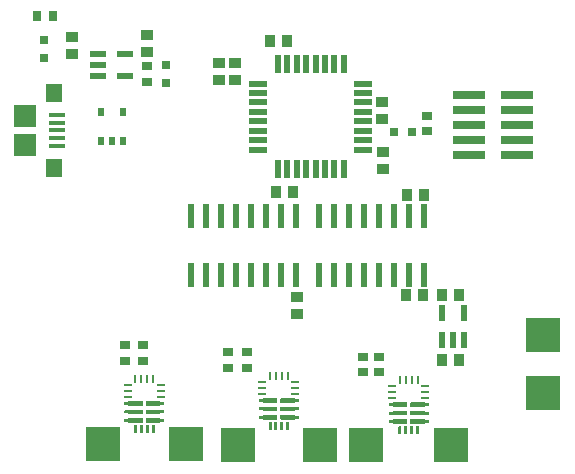
<source format=gbr>
%TF.GenerationSoftware,Altium Limited,Altium Designer,22.10.1 (41)*%
G04 Layer_Color=8421504*
%FSLAX45Y45*%
%MOMM*%
%TF.SameCoordinates,087233EE-98F5-4CDC-9370-A7D44EC71BE6*%
%TF.FilePolarity,Positive*%
%TF.FileFunction,Paste,Top*%
%TF.Part,Single*%
G01*
G75*
%TA.AperFunction,SMDPad,CuDef*%
%ADD10R,0.80000X0.80000*%
%ADD11R,0.80000X0.80000*%
%ADD12R,0.95000X0.80000*%
G04:AMPARAMS|DCode=13|XSize=1.97mm|YSize=0.59mm|CornerRadius=0.07375mm|HoleSize=0mm|Usage=FLASHONLY|Rotation=270.000|XOffset=0mm|YOffset=0mm|HoleType=Round|Shape=RoundedRectangle|*
%AMROUNDEDRECTD13*
21,1,1.97000,0.44250,0,0,270.0*
21,1,1.82250,0.59000,0,0,270.0*
1,1,0.14750,-0.22125,-0.91125*
1,1,0.14750,-0.22125,0.91125*
1,1,0.14750,0.22125,0.91125*
1,1,0.14750,0.22125,-0.91125*
%
%ADD13ROUNDEDRECTD13*%
%ADD14R,1.05000X0.95000*%
%ADD15R,0.95000X1.05000*%
%ADD16R,3.00000X3.00000*%
%TA.AperFunction,SMDPad,SMDef*%
G04:AMPARAMS|DCode=20|XSize=0.25mm|YSize=0.6mm|CornerRadius=0.05mm|HoleSize=0mm|Usage=FLASHONLY|Rotation=0.000|XOffset=0mm|YOffset=0mm|HoleType=Round|Shape=RoundedRectangle|*
%AMROUNDEDRECTD20*
21,1,0.25000,0.50000,0,0,0.0*
21,1,0.15000,0.60000,0,0,0.0*
1,1,0.10000,0.07500,-0.25000*
1,1,0.10000,-0.07500,-0.25000*
1,1,0.10000,-0.07500,0.25000*
1,1,0.10000,0.07500,0.25000*
%
%ADD20ROUNDEDRECTD20*%
G04:AMPARAMS|DCode=21|XSize=0.6mm|YSize=0.25mm|CornerRadius=0.05mm|HoleSize=0mm|Usage=FLASHONLY|Rotation=0.000|XOffset=0mm|YOffset=0mm|HoleType=Round|Shape=RoundedRectangle|*
%AMROUNDEDRECTD21*
21,1,0.60000,0.15000,0,0,0.0*
21,1,0.50000,0.25000,0,0,0.0*
1,1,0.10000,0.25000,-0.07500*
1,1,0.10000,-0.25000,-0.07500*
1,1,0.10000,-0.25000,0.07500*
1,1,0.10000,0.25000,0.07500*
%
%ADD21ROUNDEDRECTD21*%
%TA.AperFunction,SMDPad,CuDef*%
G04:AMPARAMS|DCode=22|XSize=1.42mm|YSize=0.58mm|CornerRadius=0.0725mm|HoleSize=0mm|Usage=FLASHONLY|Rotation=0.000|XOffset=0mm|YOffset=0mm|HoleType=Round|Shape=RoundedRectangle|*
%AMROUNDEDRECTD22*
21,1,1.42000,0.43500,0,0,0.0*
21,1,1.27500,0.58000,0,0,0.0*
1,1,0.14500,0.63750,-0.21750*
1,1,0.14500,-0.63750,-0.21750*
1,1,0.14500,-0.63750,0.21750*
1,1,0.14500,0.63750,0.21750*
%
%ADD22ROUNDEDRECTD22*%
G04:AMPARAMS|DCode=23|XSize=1.42mm|YSize=0.58mm|CornerRadius=0.0725mm|HoleSize=0mm|Usage=FLASHONLY|Rotation=90.000|XOffset=0mm|YOffset=0mm|HoleType=Round|Shape=RoundedRectangle|*
%AMROUNDEDRECTD23*
21,1,1.42000,0.43500,0,0,90.0*
21,1,1.27500,0.58000,0,0,90.0*
1,1,0.14500,0.21750,0.63750*
1,1,0.14500,0.21750,-0.63750*
1,1,0.14500,-0.21750,-0.63750*
1,1,0.14500,-0.21750,0.63750*
%
%ADD23ROUNDEDRECTD23*%
%ADD24R,1.90000X1.90000*%
%ADD25R,1.40000X1.60000*%
%ADD26R,1.35000X0.40000*%
%ADD27R,1.50000X0.50000*%
%ADD28R,0.50000X1.50000*%
%ADD29R,0.80000X0.95000*%
%ADD30R,2.79000X0.74000*%
%ADD31R,0.60000X0.75000*%
%ADD32R,3.00000X3.00000*%
G36*
X2285332Y1034239D02*
X2286739Y1032832D01*
X2287500Y1030994D01*
X2287500Y1030000D01*
X2287500Y1030000D01*
X2287500Y1000000D01*
X2287500Y999005D01*
X2286739Y997168D01*
X2285332Y995761D01*
X2283495Y995000D01*
X2165000D01*
Y1002500D01*
X2135000Y1002500D01*
X2134005D01*
X2132168Y1003261D01*
X2130761Y1004668D01*
X2130000Y1006506D01*
Y1007500D01*
Y1022500D01*
Y1023494D01*
X2130761Y1025332D01*
X2132168Y1026738D01*
X2134005Y1027500D01*
X2135000D01*
X2135000Y1027500D01*
X2165000Y1027500D01*
Y1035000D01*
X2282500Y1035000D01*
X2283495Y1035000D01*
X2285332Y1034239D01*
D02*
G37*
G36*
X1145332Y1009239D02*
X1146739Y1007832D01*
X1147500Y1005994D01*
X1147500Y1005000D01*
X1147500Y1005000D01*
X1147500Y975000D01*
X1147500Y974005D01*
X1146739Y972168D01*
X1145332Y970761D01*
X1143495Y970000D01*
X1025000D01*
Y977500D01*
X995000Y977500D01*
X994005D01*
X992168Y978261D01*
X990761Y979668D01*
X990000Y981506D01*
Y982500D01*
Y997500D01*
Y998494D01*
X990761Y1000332D01*
X992168Y1001738D01*
X994005Y1002500D01*
X995000D01*
X995000Y1002500D01*
X1025000Y1002500D01*
Y1010000D01*
X1142500Y1010000D01*
X1143495Y1010000D01*
X1145332Y1009239D01*
D02*
G37*
G36*
X1295000Y1002503D02*
X1325000Y1002503D01*
X1325994D01*
X1327832Y1001742D01*
X1329239Y1000335D01*
X1330000Y998497D01*
Y997503D01*
X1330000D01*
X1330000Y982503D01*
Y981509D01*
X1329238Y979671D01*
X1327832Y978265D01*
X1325994Y977504D01*
X1325000D01*
Y977503D01*
X1295000D01*
Y970003D01*
X1177500D01*
X1176505Y970003D01*
X1174667Y970764D01*
X1173261Y972171D01*
X1172500Y974008D01*
X1172500Y975003D01*
Y975003D01*
Y1005003D01*
X1172500Y1005998D01*
X1173261Y1007835D01*
X1174667Y1009242D01*
X1176505Y1010003D01*
X1177500D01*
X1177500Y1010003D01*
X1295000D01*
Y1002503D01*
D02*
G37*
G36*
X2285335Y964237D02*
X2286741Y962831D01*
X2287502Y960993D01*
X2287502Y959998D01*
X2287502D01*
X2287502Y929998D01*
X2287502Y929004D01*
X2286741Y927166D01*
X2285335Y925759D01*
X2283497Y924998D01*
X2165002D01*
Y932499D01*
X2134008D01*
X2132170Y933260D01*
X2130763Y934666D01*
X2130002Y936504D01*
Y937499D01*
Y952498D01*
Y953493D01*
X2130764Y955330D01*
X2132170Y956737D01*
X2134008Y957498D01*
X2135002D01*
X2135002Y957498D01*
X2165002Y957498D01*
Y964998D01*
X2282502D01*
X2283497Y964999D01*
X2285335Y964237D01*
D02*
G37*
G36*
X1295000Y932502D02*
X1325000Y932501D01*
X1325994D01*
X1327832Y931740D01*
X1329239Y930334D01*
X1330000Y928496D01*
Y927501D01*
X1330000Y927502D01*
X1330000Y912502D01*
Y911507D01*
X1329238Y909670D01*
X1327832Y908263D01*
X1325994Y907502D01*
X1325000D01*
X1295000Y907502D01*
Y900002D01*
X1177500Y900002D01*
X1176505Y900001D01*
X1174667Y900762D01*
X1173261Y902169D01*
X1172500Y904007D01*
X1172500Y905001D01*
Y905002D01*
Y935001D01*
X1172500Y935996D01*
X1173261Y937834D01*
X1174667Y939240D01*
X1176505Y940001D01*
X1177500D01*
X1177500Y940002D01*
X1295000D01*
Y932502D01*
D02*
G37*
G36*
X1145335Y939237D02*
X1146741Y937831D01*
X1147502Y935993D01*
X1147502Y934998D01*
X1147502D01*
X1147502Y904998D01*
X1147502Y904004D01*
X1146741Y902166D01*
X1145335Y900759D01*
X1143497Y899998D01*
X1025002D01*
Y907499D01*
X994008D01*
X992170Y908260D01*
X990763Y909666D01*
X990002Y911504D01*
Y912499D01*
Y927498D01*
Y928493D01*
X990764Y930330D01*
X992170Y931737D01*
X994008Y932498D01*
X995002D01*
X995002Y932498D01*
X1025002Y932499D01*
Y939998D01*
X1142502D01*
X1143497Y939999D01*
X1145335Y939237D01*
D02*
G37*
G36*
X2285332Y894239D02*
X2286739Y892832D01*
X2287500Y890994D01*
X2287500Y890000D01*
X2287500Y890000D01*
X2287500Y860000D01*
X2287500Y859005D01*
X2286739Y857168D01*
X2285332Y855761D01*
X2283495Y855000D01*
X2165000D01*
Y862500D01*
X2135000Y862500D01*
X2134005D01*
X2132168Y863261D01*
X2130761Y864668D01*
X2130000Y866506D01*
Y867500D01*
Y882500D01*
Y883494D01*
X2130761Y885332D01*
X2132168Y886738D01*
X2134005Y887500D01*
X2135000D01*
X2135000Y887500D01*
X2165000Y887500D01*
Y895000D01*
X2282500Y895000D01*
X2283495Y895000D01*
X2285332Y894239D01*
D02*
G37*
G36*
X1145332Y869239D02*
X1146739Y867832D01*
X1147500Y865994D01*
X1147500Y865000D01*
X1147500Y865000D01*
X1147500Y835000D01*
X1147500Y834005D01*
X1146739Y832168D01*
X1145332Y830761D01*
X1143495Y830000D01*
X1025000D01*
Y837500D01*
X995000Y837500D01*
X994005D01*
X992168Y838261D01*
X990761Y839668D01*
X990000Y841506D01*
Y842500D01*
Y857500D01*
Y858494D01*
X990761Y860332D01*
X992168Y861738D01*
X994005Y862500D01*
X995000D01*
X995000Y862500D01*
X1025000Y862500D01*
Y870000D01*
X1142500Y870000D01*
X1143495Y870000D01*
X1145332Y869239D01*
D02*
G37*
G36*
X1295000Y862500D02*
X1325000Y862500D01*
X1325994D01*
X1327832Y861738D01*
X1329239Y860332D01*
X1330000Y858494D01*
Y857500D01*
X1330000Y857500D01*
X1330000Y842500D01*
Y841506D01*
X1329238Y839668D01*
X1327832Y838261D01*
X1325994Y837500D01*
X1325000D01*
X1295000Y837500D01*
Y830000D01*
X1177500D01*
X1176505Y830000D01*
X1174667Y830761D01*
X1173261Y832168D01*
X1172500Y834005D01*
X1172500Y835000D01*
Y865000D01*
X1172500Y865994D01*
X1173261Y867832D01*
X1174667Y869239D01*
X1176505Y870000D01*
X1177500D01*
X1177500Y870000D01*
X1295000D01*
Y862500D01*
D02*
G37*
G36*
X2285332Y834239D02*
X2286739Y832832D01*
X2287500Y830995D01*
Y830000D01*
Y770000D01*
Y769005D01*
X2286739Y767168D01*
X2285332Y765761D01*
X2283494Y765000D01*
X2266505D01*
X2264668Y765761D01*
X2263261Y767168D01*
X2262500Y769005D01*
Y770000D01*
Y830000D01*
Y830995D01*
X2263261Y832832D01*
X2264668Y834239D01*
X2266505Y835000D01*
X2283494D01*
X2285332Y834239D01*
D02*
G37*
G36*
X2235332D02*
X2236739Y832832D01*
X2237500Y830995D01*
Y830000D01*
Y770000D01*
Y769005D01*
X2236739Y767168D01*
X2235332Y765761D01*
X2233494Y765000D01*
X2216505D01*
X2214668Y765761D01*
X2213261Y767168D01*
X2212500Y769005D01*
Y770000D01*
Y830000D01*
Y830995D01*
X2213261Y832832D01*
X2214668Y834239D01*
X2216505Y835000D01*
X2233494D01*
X2235332Y834239D01*
D02*
G37*
G36*
X1245332Y809239D02*
X1246739Y807832D01*
X1247500Y805995D01*
Y805000D01*
Y745000D01*
Y744005D01*
X1246739Y742168D01*
X1245332Y740761D01*
X1243494Y740000D01*
X1226505D01*
X1224668Y740761D01*
X1223261Y742168D01*
X1222500Y744005D01*
Y745000D01*
Y805000D01*
Y805995D01*
X1223261Y807832D01*
X1224668Y809239D01*
X1226505Y810000D01*
X1243494D01*
X1245332Y809239D01*
D02*
G37*
G36*
X1195332D02*
X1196739Y807832D01*
X1197500Y805995D01*
Y805000D01*
Y745000D01*
Y744005D01*
X1196739Y742168D01*
X1195332Y740761D01*
X1193494Y740000D01*
X1176505D01*
X1174668Y740761D01*
X1173261Y742168D01*
X1172500Y744005D01*
Y745000D01*
Y805000D01*
Y805995D01*
X1173261Y807832D01*
X1174668Y809239D01*
X1176505Y810000D01*
X1193494D01*
X1195332Y809239D01*
D02*
G37*
G36*
X1145332D02*
X1146739Y807832D01*
X1147500Y805995D01*
Y805000D01*
Y745000D01*
Y744005D01*
X1146739Y742168D01*
X1145332Y740761D01*
X1143494Y740000D01*
X1126505D01*
X1124668Y740761D01*
X1123261Y742168D01*
X1122500Y744005D01*
Y745000D01*
Y805000D01*
Y805995D01*
X1123261Y807832D01*
X1124668Y809239D01*
X1126505Y810000D01*
X1143494D01*
X1145332Y809239D01*
D02*
G37*
G36*
X1095332D02*
X1096739Y807832D01*
X1097500Y805995D01*
Y805000D01*
Y745000D01*
Y744005D01*
X1096739Y742168D01*
X1095332Y740761D01*
X1093494Y740000D01*
X1076505D01*
X1074668Y740761D01*
X1073261Y742168D01*
X1072500Y744005D01*
Y745000D01*
Y805000D01*
Y805995D01*
X1073261Y807832D01*
X1074668Y809239D01*
X1076505Y810000D01*
X1093494D01*
X1095332Y809239D01*
D02*
G37*
G36*
X3385332Y999239D02*
X3386739Y997832D01*
X3387500Y995994D01*
X3387500Y995000D01*
X3387500Y995000D01*
X3387500Y965000D01*
X3387500Y964005D01*
X3386739Y962168D01*
X3385332Y960761D01*
X3383495Y960000D01*
X3265000D01*
Y967500D01*
X3235000Y967500D01*
X3234005D01*
X3232168Y968261D01*
X3230761Y969668D01*
X3230000Y971506D01*
Y972500D01*
Y987500D01*
Y988494D01*
X3230761Y990332D01*
X3232168Y991738D01*
X3234005Y992500D01*
X3235000D01*
X3235000Y992500D01*
X3265000Y992500D01*
Y1000000D01*
X3382500Y1000000D01*
X3383495Y1000000D01*
X3385332Y999239D01*
D02*
G37*
G36*
X2435000Y1027503D02*
X2465000Y1027503D01*
X2465994D01*
X2467832Y1026742D01*
X2469239Y1025335D01*
X2470000Y1023497D01*
Y1022503D01*
X2470000D01*
X2470000Y1007503D01*
Y1006509D01*
X2469238Y1004671D01*
X2467832Y1003265D01*
X2465994Y1002503D01*
X2465000D01*
Y1002503D01*
X2435000D01*
Y995003D01*
X2317500D01*
X2316505Y995003D01*
X2314667Y995764D01*
X2313261Y997171D01*
X2312500Y999008D01*
X2312500Y1000003D01*
Y1000003D01*
Y1030003D01*
X2312500Y1030998D01*
X2313261Y1032835D01*
X2314667Y1034242D01*
X2316505Y1035003D01*
X2317500D01*
X2317500Y1035003D01*
X2435000D01*
Y1027503D01*
D02*
G37*
G36*
X3535000Y992503D02*
X3565000Y992503D01*
X3565994D01*
X3567832Y991742D01*
X3569239Y990335D01*
X3570000Y988497D01*
Y987503D01*
X3570000D01*
X3570000Y972503D01*
Y971509D01*
X3569238Y969671D01*
X3567832Y968265D01*
X3565994Y967504D01*
X3565000D01*
Y967503D01*
X3535000D01*
Y960003D01*
X3417500D01*
X3416505Y960003D01*
X3414668Y960764D01*
X3413261Y962171D01*
X3412500Y964008D01*
X3412500Y965003D01*
Y965003D01*
Y995003D01*
X3412500Y995998D01*
X3413261Y997835D01*
X3414668Y999242D01*
X3416505Y1000003D01*
X3417500D01*
X3417500Y1000003D01*
X3535000D01*
Y992503D01*
D02*
G37*
G36*
X2435000Y957502D02*
X2465000Y957501D01*
X2465994D01*
X2467832Y956740D01*
X2469239Y955334D01*
X2470000Y953496D01*
Y952501D01*
X2470000Y952502D01*
X2470000Y937502D01*
Y936507D01*
X2469238Y934669D01*
X2467832Y933263D01*
X2465994Y932502D01*
X2465000D01*
X2435000Y932502D01*
Y925002D01*
X2317500Y925001D01*
X2316505Y925001D01*
X2314667Y925762D01*
X2313261Y927169D01*
X2312500Y929007D01*
X2312500Y930001D01*
Y930002D01*
Y960001D01*
X2312500Y960996D01*
X2313261Y962834D01*
X2314667Y964240D01*
X2316505Y965001D01*
X2317500D01*
X2317500Y965002D01*
X2435000D01*
Y957502D01*
D02*
G37*
G36*
X3535000Y922502D02*
X3565000Y922501D01*
X3565994D01*
X3567832Y921740D01*
X3569239Y920334D01*
X3570000Y918496D01*
Y917501D01*
X3570000Y917502D01*
X3570000Y902502D01*
Y901507D01*
X3569238Y899670D01*
X3567832Y898263D01*
X3565994Y897502D01*
X3565000D01*
X3535000Y897502D01*
Y890002D01*
X3417500Y890002D01*
X3416505Y890001D01*
X3414668Y890763D01*
X3413261Y892169D01*
X3412500Y894007D01*
X3412500Y895002D01*
Y895002D01*
Y925001D01*
X3412500Y925996D01*
X3413261Y927834D01*
X3414668Y929240D01*
X3416505Y930001D01*
X3417500D01*
X3417500Y930002D01*
X3535000D01*
Y922502D01*
D02*
G37*
G36*
X3385335Y929237D02*
X3386741Y927831D01*
X3387502Y925993D01*
X3387502Y924998D01*
X3387502D01*
X3387502Y894998D01*
X3387502Y894004D01*
X3386741Y892166D01*
X3385335Y890759D01*
X3383497Y889998D01*
X3265002D01*
Y897499D01*
X3234008D01*
X3232170Y898260D01*
X3230763Y899666D01*
X3230002Y901504D01*
Y902499D01*
Y917498D01*
Y918493D01*
X3230764Y920330D01*
X3232170Y921737D01*
X3234008Y922498D01*
X3235002D01*
X3235002Y922498D01*
X3265002Y922499D01*
Y929998D01*
X3382502D01*
X3383497Y929999D01*
X3385335Y929237D01*
D02*
G37*
G36*
X3385332Y859239D02*
X3386739Y857832D01*
X3387500Y855994D01*
X3387500Y855000D01*
X3387500Y855000D01*
X3387500Y825000D01*
X3387500Y824005D01*
X3386739Y822168D01*
X3385332Y820761D01*
X3383495Y820000D01*
X3265000D01*
Y827500D01*
X3235000Y827500D01*
X3234005D01*
X3232168Y828261D01*
X3230761Y829668D01*
X3230000Y831506D01*
Y832500D01*
Y847500D01*
Y848494D01*
X3230761Y850332D01*
X3232168Y851738D01*
X3234005Y852500D01*
X3235000D01*
X3235000Y852500D01*
X3265000Y852500D01*
Y860000D01*
X3382500Y860000D01*
X3383495Y860000D01*
X3385332Y859239D01*
D02*
G37*
G36*
X2435000Y887500D02*
X2465000Y887500D01*
X2465994D01*
X2467832Y886738D01*
X2469239Y885332D01*
X2470000Y883494D01*
Y882500D01*
X2470000Y882500D01*
X2470000Y867500D01*
Y866506D01*
X2469238Y864668D01*
X2467832Y863261D01*
X2465994Y862500D01*
X2465000D01*
X2435000Y862500D01*
Y855000D01*
X2317500D01*
X2316505Y855000D01*
X2314667Y855761D01*
X2313261Y857168D01*
X2312500Y859005D01*
X2312500Y860000D01*
Y890000D01*
X2312500Y890994D01*
X2313261Y892832D01*
X2314667Y894239D01*
X2316505Y895000D01*
X2317500D01*
X2317500Y895000D01*
X2435000D01*
Y887500D01*
D02*
G37*
G36*
X3535000Y852500D02*
X3565000Y852500D01*
X3565994D01*
X3567832Y851738D01*
X3569239Y850332D01*
X3570000Y848494D01*
Y847500D01*
X3570000Y847500D01*
X3570000Y832500D01*
Y831506D01*
X3569238Y829668D01*
X3567832Y828261D01*
X3565994Y827500D01*
X3565000D01*
X3535000Y827500D01*
Y820000D01*
X3417500D01*
X3416505Y820000D01*
X3414668Y820761D01*
X3413261Y822168D01*
X3412500Y824005D01*
X3412500Y825000D01*
Y855000D01*
X3412500Y855994D01*
X3413261Y857832D01*
X3414668Y859239D01*
X3416505Y860000D01*
X3417500D01*
X3417500Y860000D01*
X3535000D01*
Y852500D01*
D02*
G37*
G36*
X2385332Y834239D02*
X2386739Y832832D01*
X2387500Y830995D01*
Y830000D01*
Y770000D01*
Y769005D01*
X2386739Y767168D01*
X2385332Y765761D01*
X2383494Y765000D01*
X2366505D01*
X2364668Y765761D01*
X2363261Y767168D01*
X2362500Y769005D01*
Y770000D01*
Y830000D01*
Y830995D01*
X2363261Y832832D01*
X2364668Y834239D01*
X2366505Y835000D01*
X2383494D01*
X2385332Y834239D01*
D02*
G37*
G36*
X2335332D02*
X2336739Y832832D01*
X2337500Y830995D01*
Y830000D01*
Y770000D01*
Y769005D01*
X2336739Y767168D01*
X2335332Y765761D01*
X2333494Y765000D01*
X2316505D01*
X2314668Y765761D01*
X2313261Y767168D01*
X2312500Y769005D01*
Y770000D01*
Y830000D01*
Y830995D01*
X2313261Y832832D01*
X2314668Y834239D01*
X2316505Y835000D01*
X2333494D01*
X2335332Y834239D01*
D02*
G37*
G36*
X3485332Y799239D02*
X3486739Y797832D01*
X3487500Y795995D01*
Y795000D01*
Y735000D01*
Y734005D01*
X3486739Y732168D01*
X3485332Y730761D01*
X3483494Y730000D01*
X3466505D01*
X3464668Y730761D01*
X3463261Y732168D01*
X3462500Y734005D01*
Y735000D01*
Y795000D01*
Y795995D01*
X3463261Y797832D01*
X3464668Y799239D01*
X3466505Y800000D01*
X3483494D01*
X3485332Y799239D01*
D02*
G37*
G36*
X3435332D02*
X3436739Y797832D01*
X3437500Y795995D01*
Y795000D01*
Y735000D01*
Y734005D01*
X3436739Y732168D01*
X3435332Y730761D01*
X3433495Y730000D01*
X3416505D01*
X3414668Y730761D01*
X3413261Y732168D01*
X3412500Y734005D01*
Y735000D01*
Y795000D01*
Y795995D01*
X3413261Y797832D01*
X3414668Y799239D01*
X3416505Y800000D01*
X3433495D01*
X3435332Y799239D01*
D02*
G37*
G36*
X3385332D02*
X3386739Y797832D01*
X3387500Y795995D01*
Y795000D01*
Y735000D01*
Y734005D01*
X3386739Y732168D01*
X3385332Y730761D01*
X3383494Y730000D01*
X3366505D01*
X3364668Y730761D01*
X3363261Y732168D01*
X3362500Y734005D01*
Y735000D01*
Y795000D01*
Y795995D01*
X3363261Y797832D01*
X3364668Y799239D01*
X3366505Y800000D01*
X3383494D01*
X3385332Y799239D01*
D02*
G37*
G36*
X3335332D02*
X3336739Y797832D01*
X3337500Y795995D01*
Y795000D01*
Y735000D01*
Y734005D01*
X3336739Y732168D01*
X3335332Y730761D01*
X3333494Y730000D01*
X3316505D01*
X3314668Y730761D01*
X3313261Y732168D01*
X3312500Y734005D01*
Y735000D01*
Y795000D01*
Y795995D01*
X3313261Y797832D01*
X3314668Y799239D01*
X3316505Y800000D01*
X3333494D01*
X3335332Y799239D01*
D02*
G37*
D10*
X1340000Y3855000D02*
D03*
Y3705000D02*
D03*
X310000Y4065000D02*
D03*
Y3915000D02*
D03*
D11*
X3275000Y3290000D02*
D03*
X3425000D02*
D03*
D12*
X3550000Y3295000D02*
D03*
Y3425000D02*
D03*
X1180000Y3845000D02*
D03*
Y3715000D02*
D03*
X3150000Y1385000D02*
D03*
Y1255000D02*
D03*
X3010000Y1385000D02*
D03*
Y1255000D02*
D03*
X2030000Y1425000D02*
D03*
Y1295000D02*
D03*
X1870000Y1295000D02*
D03*
Y1425000D02*
D03*
X1150000Y1485000D02*
D03*
Y1355000D02*
D03*
X1000000Y1485000D02*
D03*
Y1355000D02*
D03*
D13*
X2444500Y2082500D02*
D03*
X2317500D02*
D03*
X2190500D02*
D03*
X2063500D02*
D03*
X1936500D02*
D03*
X1809500D02*
D03*
X1682500D02*
D03*
X1555500D02*
D03*
Y2577500D02*
D03*
X1682500D02*
D03*
X1809500D02*
D03*
X1936500D02*
D03*
X2063500D02*
D03*
X2190500D02*
D03*
X2317500D02*
D03*
X2444500D02*
D03*
X3524500Y2082500D02*
D03*
X3397500D02*
D03*
X3270500D02*
D03*
X3143500D02*
D03*
X3016500D02*
D03*
X2889500D02*
D03*
X2762500D02*
D03*
X2635500D02*
D03*
Y2577500D02*
D03*
X2762500D02*
D03*
X2889500D02*
D03*
X3016500D02*
D03*
X3143500D02*
D03*
X3270500D02*
D03*
X3397500D02*
D03*
X3524500D02*
D03*
D14*
X3170000Y3397500D02*
D03*
Y3542500D02*
D03*
X550000Y3947500D02*
D03*
Y4092500D02*
D03*
X2450000Y1747500D02*
D03*
Y1892500D02*
D03*
X1180000Y4112500D02*
D03*
Y3967500D02*
D03*
X3180000Y2977500D02*
D03*
Y3122500D02*
D03*
X1930000Y3872500D02*
D03*
Y3727500D02*
D03*
X1790000Y3872500D02*
D03*
Y3727500D02*
D03*
D15*
X3522500Y1910000D02*
D03*
X3377500D02*
D03*
X2277500Y2780000D02*
D03*
X2422500D02*
D03*
X3822500Y1360000D02*
D03*
X3677500D02*
D03*
X3822500Y1910000D02*
D03*
X3677500D02*
D03*
X3387500Y2760000D02*
D03*
X3532500D02*
D03*
X2227500Y4060000D02*
D03*
X2372500D02*
D03*
D16*
X4540000Y1080000D02*
D03*
X810000Y650000D02*
D03*
X1950000Y640000D02*
D03*
X1510000Y650000D02*
D03*
X3040000Y640000D02*
D03*
X3760000D02*
D03*
X2650000D02*
D03*
D20*
X1085000Y1200000D02*
D03*
X1135000D02*
D03*
X1185000D02*
D03*
X1235000D02*
D03*
X3475000Y1190000D02*
D03*
X3425000D02*
D03*
X3375000D02*
D03*
X3325000D02*
D03*
X2375000Y1225000D02*
D03*
X2325000D02*
D03*
X2275000D02*
D03*
X2225000D02*
D03*
D21*
X1300000Y1147500D02*
D03*
Y1097500D02*
D03*
Y1047500D02*
D03*
X1020000D02*
D03*
Y1097500D02*
D03*
Y1147500D02*
D03*
X3260000Y1137500D02*
D03*
Y1087500D02*
D03*
Y1037500D02*
D03*
X3540000D02*
D03*
Y1087500D02*
D03*
Y1137500D02*
D03*
X2160000Y1172500D02*
D03*
Y1122500D02*
D03*
Y1072500D02*
D03*
X2440000D02*
D03*
Y1122500D02*
D03*
Y1172500D02*
D03*
D22*
X994501Y3951250D02*
D03*
X994500Y3761250D02*
D03*
X765500D02*
D03*
Y3856250D02*
D03*
Y3951250D02*
D03*
D23*
X3678751Y1754501D02*
D03*
X3868750Y1754500D02*
D03*
Y1525500D02*
D03*
X3773750D02*
D03*
X3678750D02*
D03*
D24*
X149640Y3183867D02*
D03*
Y3423867D02*
D03*
D25*
X394640Y2983867D02*
D03*
Y3623867D02*
D03*
D26*
X417140Y3173867D02*
D03*
Y3238867D02*
D03*
Y3303867D02*
D03*
Y3368867D02*
D03*
Y3433867D02*
D03*
D27*
X3015000Y3140000D02*
D03*
Y3220000D02*
D03*
Y3300000D02*
D03*
Y3380000D02*
D03*
Y3460000D02*
D03*
Y3540000D02*
D03*
Y3620000D02*
D03*
Y3700000D02*
D03*
X2125000Y3140000D02*
D03*
Y3220000D02*
D03*
Y3300000D02*
D03*
Y3380000D02*
D03*
Y3460000D02*
D03*
Y3540000D02*
D03*
Y3620000D02*
D03*
Y3700000D02*
D03*
D28*
X2850000Y3865000D02*
D03*
X2770000D02*
D03*
X2690000D02*
D03*
X2610000D02*
D03*
X2530000D02*
D03*
X2450000D02*
D03*
X2370000D02*
D03*
X2290000D02*
D03*
X2850000Y2975000D02*
D03*
X2770000D02*
D03*
X2690000D02*
D03*
X2610000D02*
D03*
X2530000D02*
D03*
X2450000D02*
D03*
X2370000D02*
D03*
X2290000D02*
D03*
D29*
X385000Y4270000D02*
D03*
X255000D02*
D03*
D30*
X4320000Y3099000D02*
D03*
Y3226000D02*
D03*
Y3353000D02*
D03*
Y3480000D02*
D03*
Y3607000D02*
D03*
X3913000D02*
D03*
Y3480000D02*
D03*
Y3353000D02*
D03*
Y3226000D02*
D03*
Y3099000D02*
D03*
D31*
X790000Y3455000D02*
D03*
X980000D02*
D03*
Y3210000D02*
D03*
X885000D02*
D03*
X790000D02*
D03*
D32*
X4540000Y1570000D02*
D03*
%TF.MD5,6d8ad6f310ef785b54509355c83294f7*%
M02*

</source>
